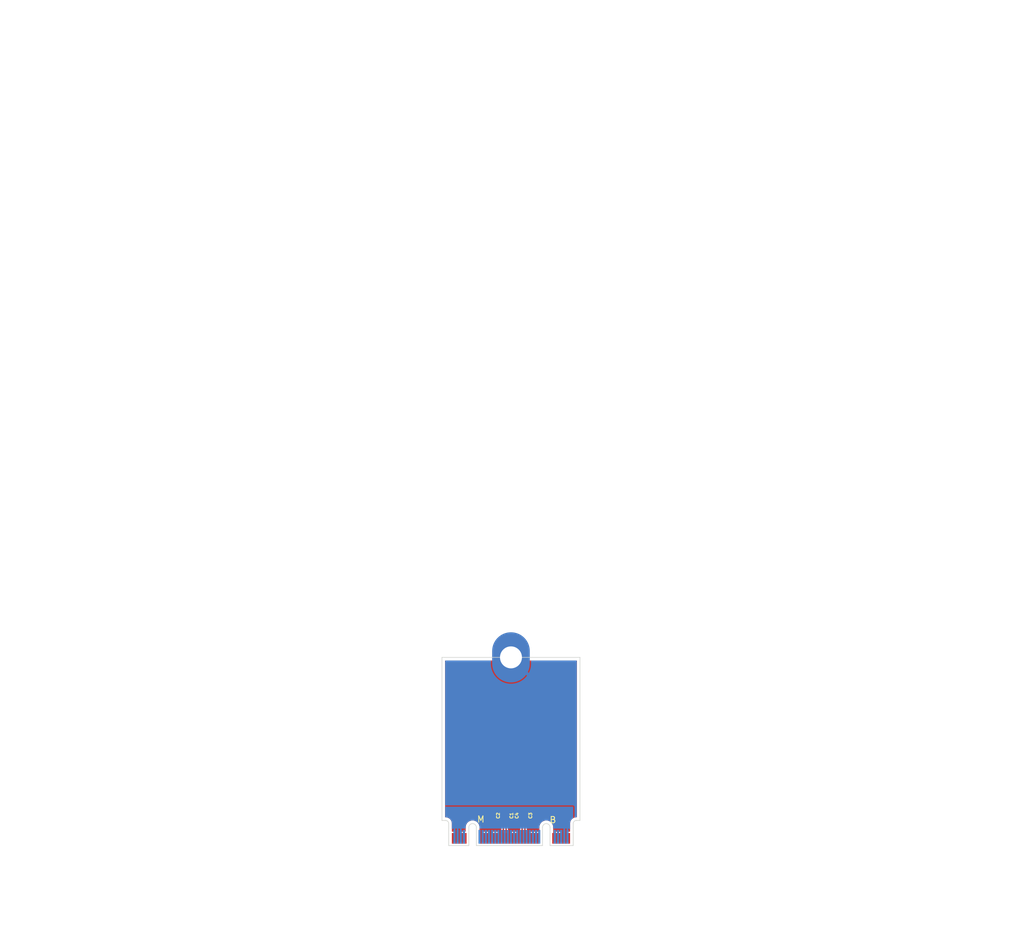
<source format=kicad_pcb>
(kicad_pcb (version 20241229) (generator "pcbnew") (generator_version "9.0")
  (layers (0 "F.Cu" signal) (2 "B.Cu" signal) (13 "F.Paste" user) (15 "B.Paste" user) (5 "F.SilkS" user "F.Silkscreen") (7 "B.SilkS" user "B.Silkscreen") (1 "F.Mask" user) (3 "B.Mask" user) (25 "Edge.Cuts" user))
  (net 0 "")
  (net 1 "/M.2 B+M Key/PET0N")
  (net 2 "/PET0-")
  (net 3 "/M.2 B+M Key/PET0P")
  (net 4 "/PET0+")
  (net 5 "/M.2 B+M Key/PET1N")
  (net 6 "/PET1-")
  (net 7 "/PET1+")
  (net 8 "/M.2 B+M Key/PET1P")
  (net 9 "GND")
  (net 10 "/GPIO_10")
  (net 12 "/SUSCLK")
  (net 13 "/UIM-DATA")
  (net 14 "/DPR")
  (net 15 "+3.3V")
  (net 16 "/RESET#")
  (net 17 "/CONFIG_0")
  (net 18 "/PER1+")
  (net 19 "/GPIO_9{slash}LED#1")
  (net 20 "/USB_D-")
  (net 21 "/GPIO_5")
  (net 22 "/GPIO_7")
  (net 23 "/W_DISABLE1#")
  (net 24 "/PER0+")
  (net 25 "/CLKREQ#")
  (net 26 "/GPIO_3")
  (net 27 "/UIM-CLK")
  (net 28 "/CONFIG_2")
  (net 29 "/PEWAKE#")
  (net 30 "/UIM-RESET")
  (net 31 "/UIM-PWR")
  (net 32 "/CONFIG_1")
  (net 33 "/DEVSLP")
  (net 34 "/PERST#")
  (net 35 "/CONFIG_3")
  (net 36 "/GPIO_8")
  (net 37 "/PER1-")
  (net 38 "/USB_D+")
  (net 39 "/REFCLK+")
  (net 40 "/GPIO_1")
  (net 41 "/REFCLK-")
  (net 42 "/GPIO_2")
  (net 43 "/GPIO_6")
  (net 44 "/PER0-")
  (net 45 "/GPIO_0")
  (net 46 "/GPIO_11")
  (net 48 "/GPIO_4")
  (net 49 "/FULL_CARD_PWR_OFF#")
  (footprint "Athena KiCAd library:M.2 Mounting Pad" (layer "F.Cu") (at 108.76 129.63)
    (property "Reference" "H1")
    (property "Value" "MountingHole_Pad")
    (pad "1" thru_hole circle (at 0 0) (size 5.5 5.5) (drill 3.5) (property pad_prop_castellated) (layers "*.Cu" "*.Mask") (net 9 "GND") (padstack (mode front_inner_back) (layer "Inner" (shape circle) (size 5.5 5.5)) (layer "B.Cu" (shape oval) (size 6 8))))
  )
  (footprint "Capacitor_SMD:C_0201_0603Metric" (layer "F.Cu") (at 108.11 154.86 90)
    (property "Reference" "C1" (at 0 0.73 90) (layer "F.SilkS") (effects (font (size 0.5 0.5))))
    (property "Value" "220nF")
    (pad "1" smd roundrect (at -0.32 0 90) (size 0.46 0.4) (layers "F.Cu" "F.Mask") (net 1 "/M.2 B+M Key/PET0N"))
    (pad "2" smd roundrect (at 0.32 0 90) (size 0.46 0.4) (layers "F.Cu" "F.Mask") (net 2 "/PET0-"))
  )
  (footprint "PCIexpress:M.2 B+M Key Connector" (layer "F.Cu") (at 108.76 158.52)
    (property "Reference" "J1")
    (property "Value" "~")
    (fp_line (start -11 -2.89) (end -10.425 -2.89) (stroke (width 0.1)) (layer "Edge.Cuts"))
    (fp_line (start -9.925 -2.39) (end -9.925 1.11) (stroke (width 0.1)) (layer "Edge.Cuts"))
    (fp_line (start -6.72 -1.79) (end -6.72 1.11) (stroke (width 0.1)) (layer "Edge.Cuts"))
    (fp_line (start -6.72 1.11) (end -9.925 1.11) (stroke (width 0.1)) (layer "Edge.Cuts"))
    (fp_line (start -5.52 -1.79) (end -5.52 1.11) (stroke (width 0.1)) (layer "Edge.Cuts"))
    (fp_line (start -5.52 1.11) (end 5.03 1.11) (stroke (width 0.1)) (layer "Edge.Cuts"))
    (fp_line (start 5.03 -1.79) (end 5.03 1.11) (stroke (width 0.1)) (layer "Edge.Cuts"))
    (fp_line (start 6.23 -1.79) (end 6.23 1.11) (stroke (width 0.1)) (layer "Edge.Cuts"))
    (fp_line (start 6.23 1.11) (end 9.925 1.11) (stroke (width 0.1)) (layer "Edge.Cuts"))
    (fp_line (start 9.925 -2.39) (end 9.925 1.11) (stroke (width 0.1)) (layer "Edge.Cuts"))
    (fp_line (start 10.425 -2.89) (end 11 -2.89) (stroke (width 0.1)) (layer "Edge.Cuts"))
    (fp_arc (start -10.425 -2.89) (mid -10.071447 -2.743553) (end -9.925 -2.39) (stroke (width 0.1)) (layer "Edge.Cuts"))
    (fp_arc (start -6.72 -1.79) (mid -6.12 -2.39) (end -5.52 -1.79) (stroke (width 0.1)) (layer "Edge.Cuts"))
    (fp_arc (start 5.03 -1.79) (mid 5.63 -2.39) (end 6.23 -1.79) (stroke (width 0.1)) (layer "Edge.Cuts"))
    (fp_arc (start 9.925 -2.39) (mid 10.071447 -2.743553) (end 10.425 -2.89) (stroke (width 0.1)) (layer "Edge.Cuts"))
    (fp_text user "B" (at 6.085 -2.395 0) (layer "F.SilkS") (effects (justify left bottom)))
    (fp_text user "M" (at -5.475 -2.49 0) (layer "F.SilkS") (effects (justify left bottom)))
    (pad "1" smd rect (at 9.25 -0.04 180) (size 0.35 1.7) (layers "F.Cu") (net 35 "/CONFIG_3"))
    (pad "2" smd rect (at 9 -0.29 180) (size 0.35 2.2) (layers "B.Cu") (net 15 "+3.3V"))
    (pad "3" smd rect (at 8.75 -0.04 180) (size 0.35 1.7) (layers "F.Cu") (net 9 "GND"))
    (pad "4" smd rect (at 8.5 -0.29 180) (size 0.35 2.2) (layers "B.Cu") (net 15 "+3.3V"))
    (pad "5" smd rect (at 8.25 -0.04 180) (size 0.35 1.7) (layers "F.Cu") (net 9 "GND"))
    (pad "6" smd rect (at 8 -0.29 180) (size 0.35 2.2) (layers "B.Cu") (net 49 "/FULL_CARD_PWR_OFF#"))
    (pad "7" smd rect (at 7.75 -0.04 180) (size 0.35 1.7) (layers "F.Cu") (net 38 "/USB_D+"))
    (pad "8" smd rect (at 7.5 -0.29 180) (size 0.35 2.2) (layers "B.Cu") (net 23 "/W_DISABLE1#"))
    (pad "9" smd rect (at 7.25 -0.04 180) (size 0.35 1.7) (layers "F.Cu") (net 20 "/USB_D-"))
    (pad "10" smd rect (at 7 -0.29 180) (size 0.35 2.2) (layers "B.Cu") (net 19 "/GPIO_9{slash}LED#1"))
    (pad "11" smd rect (at 6.75 -0.04 180) (size 0.35 1.7) (layers "F.Cu") (net 9 "GND"))
    (pad "20" smd rect (at 4.5 -0.29 180) (size 0.35 2.2) (layers "B.Cu") (net 21 "/GPIO_5"))
    (pad "21" smd rect (at 4.25 -0.04 180) (size 0.35 1.7) (layers "F.Cu") (net 17 "/CONFIG_0"))
    (pad "22" smd rect (at 4 -0.29 180) (size 0.35 2.2) (layers "B.Cu") (net 43 "/GPIO_6"))
    (pad "23" smd rect (at 3.75 -0.04 180) (size 0.35 1.7) (layers "F.Cu") (net 14 "/DPR"))
    (pad "24" smd rect (at 3.5 -0.29 180) (size 0.35 2.2) (layers "B.Cu") (net 22 "/GPIO_7"))
    (pad "25" smd rect (at 3.25 -0.04 180) (size 0.35 1.7) (layers "F.Cu") (net 46 "/GPIO_11"))
    (pad "26" smd rect (at 3 -0.29 180) (size 0.35 2.2) (layers "B.Cu") (net 10 "/GPIO_10"))
    (pad "27" smd rect (at 2.75 -0.04 180) (size 0.35 1.7) (layers "F.Cu") (net 9 "GND"))
    (pad "28" smd rect (at 2.5 -0.29 180) (size 0.35 2.2) (layers "B.Cu") (net 36 "/GPIO_8"))
    (pad "29" smd rect (at 2.25 -0.04 180) (size 0.35 1.7) (layers "F.Cu") (net 5 "/M.2 B+M Key/PET1N"))
    (pad "30" smd rect (at 2 -0.29 180) (size 0.35 2.2) (layers "B.Cu") (net 30 "/UIM-RESET"))
    (pad "31" smd rect (at 1.75 -0.04 180) (size 0.35 1.7) (layers "F.Cu") (net 8 "/M.2 B+M Key/PET1P"))
    (pad "32" smd rect (at 1.5 -0.29 180) (size 0.35 2.2) (layers "B.Cu") (net 27 "/UIM-CLK"))
    (pad "33" smd rect (at 1.25 -0.04 180) (size 0.35 1.7) (layers "F.Cu") (net 9 "GND"))
    (pad "34" smd rect (at 1 -0.29 180) (size 0.35 2.2) (layers "B.Cu") (net 13 "/UIM-DATA"))
    (pad "35" smd rect (at 0.75 -0.04 180) (size 0.35 1.7) (layers "F.Cu") (net 37 "/PER1-"))
    (pad "36" smd rect (at 0.5 -0.29 180) (size 0.35 2.2) (layers "B.Cu") (net 31 "/UIM-PWR"))
    (pad "37" smd rect (at 0.25 -0.04 180) (size 0.35 1.7) (layers "F.Cu") (net 18 "/PER1+"))
    (pad "38" smd rect (at 0 -0.29 180) (size 0.35 2.2) (layers "B.Cu") (net 33 "/DEVSLP"))
    (pad "39" smd rect (at -0.25 -0.04 180) (size 0.35 1.7) (layers "F.Cu") (net 9 "GND"))
    (pad "40" smd rect (at -0.5 -0.29 180) (size 0.35 2.2) (layers "B.Cu") (net 45 "/GPIO_0"))
    (pad "41" smd rect (at -0.75 -0.04 180) (size 0.35 1.7) (layers "F.Cu") (net 1 "/M.2 B+M Key/PET0N"))
    (pad "42" smd rect (at -1 -0.29 180) (size 0.35 2.2) (layers "B.Cu") (net 40 "/GPIO_1"))
    (pad "43" smd rect (at -1.25 -0.04 180) (size 0.35 1.7) (layers "F.Cu") (net 3 "/M.2 B+M Key/PET0P"))
    (pad "44" smd rect (at -1.5 -0.29 180) (size 0.35 2.2) (layers "B.Cu") (net 42 "/GPIO_2"))
    (pad "45" smd rect (at -1.75 -0.04 180) (size 0.35 1.7) (layers "F.Cu") (net 9 "GND"))
    (pad "46" smd rect (at -2 -0.29 180) (size 0.35 2.2) (layers "B.Cu") (net 26 "/GPIO_3"))
    (pad "47" smd rect (at -2.25 -0.04 180) (size 0.35 1.7) (layers "F.Cu") (net 44 "/PER0-"))
    (pad "48" smd rect (at -2.5 -0.29 180) (size 0.35 2.2) (layers "B.Cu") (net 48 "/GPIO_4"))
    (pad "49" smd rect (at -2.75 -0.04 180) (size 0.35 1.7) (layers "F.Cu") (net 24 "/PER0+"))
    (pad "50" smd rect (at -3 -0.29 180) (size 0.35 2.2) (layers "B.Cu") (net 34 "/PERST#"))
    (pad "51" smd rect (at -3.25 -0.04 180) (size 0.35 1.7) (layers "F.Cu") (net 9 "GND"))
    (pad "52" smd rect (at -3.5 -0.29 180) (size 0.35 2.2) (layers "B.Cu") (net 25 "/CLKREQ#"))
    (pad "53" smd rect (at -3.75 -0.04 180) (size 0.35 1.7) (layers "F.Cu") (net 41 "/REFCLK-"))
    (pad "54" smd rect (at -4 -0.29 180) (size 0.35 2.2) (layers "B.Cu") (net 29 "/PEWAKE#"))
    (pad "55" smd rect (at -4.25 -0.04 180) (size 0.35 1.7) (layers "F.Cu") (net 39 "/REFCLK+"))
    (pad "56" smd rect (at -4.5 -0.29 180) (size 0.35 2.2) (layers "B.Cu"))
    (pad "57" smd rect (at -4.75 -0.04 180) (size 0.35 1.7) (layers "F.Cu") (net 9 "GND"))
    (pad "58" smd rect (at -5 -0.29 180) (size 0.35 2.2) (layers "B.Cu"))
    (pad "67" smd rect (at -7.25 -0.04 180) (size 0.35 1.7) (layers "F.Cu") (net 16 "/RESET#"))
    (pad "68" smd rect (at -7.5 -0.29 180) (size 0.35 2.2) (layers "B.Cu") (net 12 "/SUSCLK"))
    (pad "69" smd rect (at -7.75 -0.04 180) (size 0.35 1.7) (layers "F.Cu") (net 32 "/CONFIG_1"))
    (pad "70" smd rect (at -8 -0.29 180) (size 0.35 2.2) (layers "B.Cu") (net 15 "+3.3V"))
    (pad "71" smd rect (at -8.25 -0.04 180) (size 0.35 1.7) (layers "F.Cu") (net 9 "GND"))
    (pad "72" smd rect (at -8.5 -0.29 180) (size 0.35 2.2) (layers "B.Cu") (net 15 "+3.3V"))
    (pad "73" smd rect (at -8.75 -0.04 180) (size 0.35 1.7) (layers "F.Cu") (net 9 "GND"))
    (pad "74" smd rect (at -9 -0.29 180) (size 0.35 2.2) (layers "B.Cu") (net 15 "+3.3V"))
    (pad "75" smd rect (at -9.25 -0.04 180) (size 0.35 1.7) (layers "F.Cu") (net 28 "/CONFIG_2"))
  )
  (footprint "Capacitor_SMD:C_0201_0603Metric" (layer "F.Cu") (at 107.41 154.86 90)
    (property "Reference" "C2" (at 0 -0.7 90) (layer "F.SilkS") (effects (font (size 0.5 0.5))))
    (property "Value" "220nF")
    (pad "1" smd roundrect (at -0.32 0 90) (size 0.46 0.4) (layers "F.Cu" "F.Mask") (net 3 "/M.2 B+M Key/PET0P"))
    (pad "2" smd roundrect (at 0.32 0 90) (size 0.46 0.4) (layers "F.Cu" "F.Mask") (net 4 "/PET0+"))
  )
  (footprint "Capacitor_SMD:C_0201_0603Metric" (layer "F.Cu") (at 110.41 154.86 90)
    (property "Reference" "C4" (at 0 -0.71 90) (layer "F.SilkS") (effects (font (size 0.5 0.5))))
    (property "Value" "220nF")
    (pad "1" smd roundrect (at -0.32 0 90) (size 0.46 0.4) (layers "F.Cu" "F.Mask") (net 8 "/M.2 B+M Key/PET1P"))
    (pad "2" smd roundrect (at 0.32 0 90) (size 0.46 0.4) (layers "F.Cu" "F.Mask") (net 7 "/PET1+"))
  )
  (footprint "Capacitor_SMD:C_0201_0603Metric" (layer "F.Cu") (at 111.11 154.86 90)
    (property "Reference" "C3" (at 0 0.75 90) (layer "F.SilkS") (effects (font (size 0.5 0.5))))
    (property "Value" "220nF")
    (pad "1" smd roundrect (at -0.32 0 90) (size 0.46 0.4) (layers "F.Cu" "F.Mask") (net 5 "/M.2 B+M Key/PET1N"))
    (pad "2" smd roundrect (at 0.32 0 90) (size 0.46 0.4) (layers "F.Cu" "F.Mask") (net 6 "/PET1-"))
  )
  (gr_line (start 119.76 155.63) (end 119.76 129.63) (stroke (width 0.1)) (layer "Edge.Cuts"))
  (gr_line (start 119.76 129.63) (end 97.76 129.63) (stroke (width 0.1)) (layer "Edge.Cuts"))
  (gr_line (start 97.76 129.63) (end 97.76 155.63) (stroke (width 0.1)) (layer "Edge.Cuts"))
  (segment (start 107.985 157.179999) (end 107.985 155.650001) (width 0.2) (layer "F.Cu") (net 1))
  (segment (start 107.985 155.650001) (end 108.11 155.525001) (width 0.2) (layer "F.Cu") (net 1))
  (segment (start 108.01 158.48) (end 108.01 157.204999) (width 0.2) (layer "F.Cu") (net 1))
  (segment (start 108.11 155.525001) (end 108.11 155.18) (width 0.2) (layer "F.Cu") (net 1))
  (segment (start 108.01 157.204999) (end 107.985 157.179999) (width 0.2) (layer "F.Cu") (net 1))
  (segment (start 107.51 158.48) (end 107.51 157.204999) (width 0.2) (layer "F.Cu") (net 3))
  (segment (start 107.51 157.204999) (end 107.535 157.179999) (width 0.2) (layer "F.Cu") (net 3))
  (segment (start 107.41 155.525001) (end 107.41 155.18) (width 0.2) (layer "F.Cu") (net 3))
  (segment (start 107.535 157.179999) (end 107.535 155.650001) (width 0.2) (layer "F.Cu") (net 3))
  (segment (start 107.535 155.650001) (end 107.41 155.525001) (width 0.2) (layer "F.Cu") (net 3))
  (segment (start 111.11 155.525001) (end 111.11 155.18) (width 0.2) (layer "F.Cu") (net 5))
  (segment (start 110.985 155.650001) (end 111.11 155.525001) (width 0.2) (layer "F.Cu") (net 5))
  (segment (start 110.985 157.179999) (end 110.985 155.650001) (width 0.2) (layer "F.Cu") (net 5))
  (segment (start 111.01 158.48) (end 111.01 157.204999) (width 0.2) (layer "F.Cu") (net 5))
  (segment (start 111.01 157.204999) (end 110.985 157.179999) (width 0.2) (layer "F.Cu") (net 5))
  (segment (start 110.535 157.179999) (end 110.535 155.650001) (width 0.2) (layer "F.Cu") (net 8))
  (segment (start 110.51 157.204999) (end 110.535 157.179999) (width 0.2) (layer "F.Cu") (net 8))
  (segment (start 110.51 158.48) (end 110.51 157.204999) (width 0.2) (layer "F.Cu") (net 8))
  (segment (start 110.41 155.525001) (end 110.41 155.18) (width 0.2) (layer "F.Cu") (net 8))
  (segment (start 110.535 155.650001) (end 110.41 155.525001) (width 0.2) (layer "F.Cu") (net 8))
  (zone (net 9) (net_name "GND") (layers "F.Cu" "B.Cu") (connect_pads (clearance 0.2)) (min_thickness 0.15) (fill yes (thermal_gap 0.2) (thermal_bridge_width 0.5))
    (polygon (pts (xy 123.76 158.02) (xy 123.76 49.63) (xy 93.76 49.63) (xy 93.76 158.02)))
  )
  (zone (net 15) (net_name "+3.3V") (layer "B.Cu") (priority 1) (connect_pads (clearance 0.2)) (min_thickness 0.1) (fill yes (thermal_gap 0.2) (thermal_bridge_width 0.25))
    (polygon (pts (xy 118.68 157.81) (xy 118.68 153.445) (xy 118.665 153.43) (xy 98.21 153.43) (xy 98.21 158.06) (xy 118.43 158.06)))
  )
)
</source>
